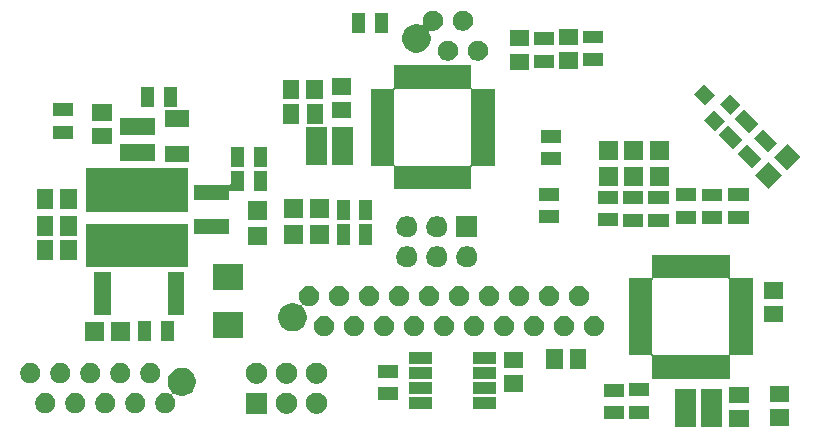
<source format=gts>
G04 #@! TF.GenerationSoftware,KiCad,Pcbnew,5.0.2-bee76a0~70~ubuntu18.04.1*
G04 #@! TF.CreationDate,2019-02-11T21:35:21-05:00*
G04 #@! TF.ProjectId,dashboard_mk4_rev4,64617368-626f-4617-9264-5f6d6b345f72,6.0*
G04 #@! TF.SameCoordinates,Original*
G04 #@! TF.FileFunction,Soldermask,Top*
G04 #@! TF.FilePolarity,Negative*
%FSLAX46Y46*%
G04 Gerber Fmt 4.6, Leading zero omitted, Abs format (unit mm)*
G04 Created by KiCad (PCBNEW 5.0.2-bee76a0~70~ubuntu18.04.1) date Mon 11 Feb 2019 09:35:21 PM EST*
%MOMM*%
%LPD*%
G01*
G04 APERTURE LIST*
%ADD10C,0.100000*%
G04 APERTURE END LIST*
D10*
G36*
X88747812Y-64788579D02*
X86947812Y-64788579D01*
X86947812Y-61588579D01*
X88747812Y-61588579D01*
X88747812Y-64788579D01*
X88747812Y-64788579D01*
G37*
G36*
X86547812Y-64788579D02*
X84747812Y-64788579D01*
X84747812Y-61588579D01*
X86547812Y-61588579D01*
X86547812Y-64788579D01*
X86547812Y-64788579D01*
G37*
G36*
X90970154Y-64779336D02*
X89320154Y-64779336D01*
X89320154Y-63379336D01*
X90970154Y-63379336D01*
X90970154Y-64779336D01*
X90970154Y-64779336D01*
G37*
G36*
X94424000Y-64692000D02*
X92774000Y-64692000D01*
X92774000Y-63292000D01*
X94424000Y-63292000D01*
X94424000Y-64692000D01*
X94424000Y-64692000D01*
G37*
G36*
X80448713Y-64134576D02*
X78748713Y-64134576D01*
X78748713Y-63034576D01*
X80448713Y-63034576D01*
X80448713Y-64134576D01*
X80448713Y-64134576D01*
G37*
G36*
X82539315Y-64091472D02*
X80839315Y-64091472D01*
X80839315Y-62991472D01*
X82539315Y-62991472D01*
X82539315Y-64091472D01*
X82539315Y-64091472D01*
G37*
G36*
X52108551Y-61905286D02*
X52272339Y-61973129D01*
X52419750Y-62071626D01*
X52545104Y-62196980D01*
X52643601Y-62344391D01*
X52711444Y-62508179D01*
X52746030Y-62682056D01*
X52746030Y-62859344D01*
X52711444Y-63033221D01*
X52643601Y-63197009D01*
X52545104Y-63344420D01*
X52419750Y-63469774D01*
X52272339Y-63568271D01*
X52108551Y-63636114D01*
X51934674Y-63670700D01*
X51757386Y-63670700D01*
X51583509Y-63636114D01*
X51419721Y-63568271D01*
X51272310Y-63469774D01*
X51146956Y-63344420D01*
X51048459Y-63197009D01*
X50980616Y-63033221D01*
X50946030Y-62859344D01*
X50946030Y-62682056D01*
X50980616Y-62508179D01*
X51048459Y-62344391D01*
X51146956Y-62196980D01*
X51272310Y-62071626D01*
X51419721Y-61973129D01*
X51583509Y-61905286D01*
X51757386Y-61870700D01*
X51934674Y-61870700D01*
X52108551Y-61905286D01*
X52108551Y-61905286D01*
G37*
G36*
X54648551Y-61905286D02*
X54812339Y-61973129D01*
X54959750Y-62071626D01*
X55085104Y-62196980D01*
X55183601Y-62344391D01*
X55251444Y-62508179D01*
X55286030Y-62682056D01*
X55286030Y-62859344D01*
X55251444Y-63033221D01*
X55183601Y-63197009D01*
X55085104Y-63344420D01*
X54959750Y-63469774D01*
X54812339Y-63568271D01*
X54648551Y-63636114D01*
X54474674Y-63670700D01*
X54297386Y-63670700D01*
X54123509Y-63636114D01*
X53959721Y-63568271D01*
X53812310Y-63469774D01*
X53686956Y-63344420D01*
X53588459Y-63197009D01*
X53520616Y-63033221D01*
X53486030Y-62859344D01*
X53486030Y-62682056D01*
X53520616Y-62508179D01*
X53588459Y-62344391D01*
X53686956Y-62196980D01*
X53812310Y-62071626D01*
X53959721Y-61973129D01*
X54123509Y-61905286D01*
X54297386Y-61870700D01*
X54474674Y-61870700D01*
X54648551Y-61905286D01*
X54648551Y-61905286D01*
G37*
G36*
X50206030Y-63670700D02*
X48406030Y-63670700D01*
X48406030Y-61870700D01*
X50206030Y-61870700D01*
X50206030Y-63670700D01*
X50206030Y-63670700D01*
G37*
G36*
X36742194Y-61945204D02*
X36896887Y-62009280D01*
X37036107Y-62102304D01*
X37154496Y-62220693D01*
X37247520Y-62359913D01*
X37311596Y-62514606D01*
X37344260Y-62678821D01*
X37344260Y-62846259D01*
X37311596Y-63010474D01*
X37247520Y-63165167D01*
X37154496Y-63304387D01*
X37036107Y-63422776D01*
X36896887Y-63515800D01*
X36742194Y-63579876D01*
X36577979Y-63612540D01*
X36410541Y-63612540D01*
X36246326Y-63579876D01*
X36091633Y-63515800D01*
X35952413Y-63422776D01*
X35834024Y-63304387D01*
X35741000Y-63165167D01*
X35676924Y-63010474D01*
X35644260Y-62846259D01*
X35644260Y-62678821D01*
X35676924Y-62514606D01*
X35741000Y-62359913D01*
X35834024Y-62220693D01*
X35952413Y-62102304D01*
X36091633Y-62009280D01*
X36246326Y-61945204D01*
X36410541Y-61912540D01*
X36577979Y-61912540D01*
X36742194Y-61945204D01*
X36742194Y-61945204D01*
G37*
G36*
X39282194Y-61945204D02*
X39436887Y-62009280D01*
X39576107Y-62102304D01*
X39694496Y-62220693D01*
X39787520Y-62359913D01*
X39851596Y-62514606D01*
X39884260Y-62678821D01*
X39884260Y-62846259D01*
X39851596Y-63010474D01*
X39787520Y-63165167D01*
X39694496Y-63304387D01*
X39576107Y-63422776D01*
X39436887Y-63515800D01*
X39282194Y-63579876D01*
X39117979Y-63612540D01*
X38950541Y-63612540D01*
X38786326Y-63579876D01*
X38631633Y-63515800D01*
X38492413Y-63422776D01*
X38374024Y-63304387D01*
X38281000Y-63165167D01*
X38216924Y-63010474D01*
X38184260Y-62846259D01*
X38184260Y-62678821D01*
X38216924Y-62514606D01*
X38281000Y-62359913D01*
X38374024Y-62220693D01*
X38492413Y-62102304D01*
X38631633Y-62009280D01*
X38786326Y-61945204D01*
X38950541Y-61912540D01*
X39117979Y-61912540D01*
X39282194Y-61945204D01*
X39282194Y-61945204D01*
G37*
G36*
X43324286Y-59808655D02*
X43542672Y-59899113D01*
X43739218Y-60030441D01*
X43906359Y-60197582D01*
X44037687Y-60394128D01*
X44128145Y-60612514D01*
X44174260Y-60844349D01*
X44174260Y-61080731D01*
X44128145Y-61312566D01*
X44037687Y-61530952D01*
X43906359Y-61727498D01*
X43739218Y-61894639D01*
X43542672Y-62025967D01*
X43324286Y-62116425D01*
X43092451Y-62162540D01*
X42856069Y-62162540D01*
X42624234Y-62116425D01*
X42405848Y-62025967D01*
X42357865Y-61993906D01*
X42336254Y-61982355D01*
X42312805Y-61975242D01*
X42288419Y-61972840D01*
X42264033Y-61975242D01*
X42240584Y-61982355D01*
X42218973Y-61993906D01*
X42200031Y-62009452D01*
X42184485Y-62028394D01*
X42172934Y-62050005D01*
X42165821Y-62073454D01*
X42163419Y-62097840D01*
X42165821Y-62122226D01*
X42172934Y-62145675D01*
X42184485Y-62167286D01*
X42200031Y-62186228D01*
X42234496Y-62220693D01*
X42327520Y-62359913D01*
X42391596Y-62514606D01*
X42424260Y-62678821D01*
X42424260Y-62846259D01*
X42391596Y-63010474D01*
X42327520Y-63165167D01*
X42234496Y-63304387D01*
X42116107Y-63422776D01*
X41976887Y-63515800D01*
X41822194Y-63579876D01*
X41657979Y-63612540D01*
X41490541Y-63612540D01*
X41326326Y-63579876D01*
X41171633Y-63515800D01*
X41032413Y-63422776D01*
X40914024Y-63304387D01*
X40821000Y-63165167D01*
X40756924Y-63010474D01*
X40724260Y-62846259D01*
X40724260Y-62678821D01*
X40756924Y-62514606D01*
X40821000Y-62359913D01*
X40914024Y-62220693D01*
X41032413Y-62102304D01*
X41171633Y-62009280D01*
X41326326Y-61945204D01*
X41490541Y-61912540D01*
X41657979Y-61912540D01*
X41822194Y-61945204D01*
X41987266Y-62013579D01*
X41989157Y-62014590D01*
X42012607Y-62021703D01*
X42036993Y-62024104D01*
X42061379Y-62021702D01*
X42084828Y-62014588D01*
X42106439Y-62003037D01*
X42125381Y-61987491D01*
X42140926Y-61968549D01*
X42152477Y-61946938D01*
X42159590Y-61923488D01*
X42161991Y-61899102D01*
X42159589Y-61874716D01*
X42152475Y-61851267D01*
X42140924Y-61829656D01*
X42125379Y-61810716D01*
X42042161Y-61727498D01*
X41910833Y-61530952D01*
X41820375Y-61312566D01*
X41774260Y-61080731D01*
X41774260Y-60844349D01*
X41820375Y-60612514D01*
X41910833Y-60394128D01*
X42042161Y-60197582D01*
X42209302Y-60030441D01*
X42405848Y-59899113D01*
X42624234Y-59808655D01*
X42856069Y-59762540D01*
X43092451Y-59762540D01*
X43324286Y-59808655D01*
X43324286Y-59808655D01*
G37*
G36*
X34202194Y-61945204D02*
X34356887Y-62009280D01*
X34496107Y-62102304D01*
X34614496Y-62220693D01*
X34707520Y-62359913D01*
X34771596Y-62514606D01*
X34804260Y-62678821D01*
X34804260Y-62846259D01*
X34771596Y-63010474D01*
X34707520Y-63165167D01*
X34614496Y-63304387D01*
X34496107Y-63422776D01*
X34356887Y-63515800D01*
X34202194Y-63579876D01*
X34037979Y-63612540D01*
X33870541Y-63612540D01*
X33706326Y-63579876D01*
X33551633Y-63515800D01*
X33412413Y-63422776D01*
X33294024Y-63304387D01*
X33201000Y-63165167D01*
X33136924Y-63010474D01*
X33104260Y-62846259D01*
X33104260Y-62678821D01*
X33136924Y-62514606D01*
X33201000Y-62359913D01*
X33294024Y-62220693D01*
X33412413Y-62102304D01*
X33551633Y-62009280D01*
X33706326Y-61945204D01*
X33870541Y-61912540D01*
X34037979Y-61912540D01*
X34202194Y-61945204D01*
X34202194Y-61945204D01*
G37*
G36*
X31662194Y-61945204D02*
X31816887Y-62009280D01*
X31956107Y-62102304D01*
X32074496Y-62220693D01*
X32167520Y-62359913D01*
X32231596Y-62514606D01*
X32264260Y-62678821D01*
X32264260Y-62846259D01*
X32231596Y-63010474D01*
X32167520Y-63165167D01*
X32074496Y-63304387D01*
X31956107Y-63422776D01*
X31816887Y-63515800D01*
X31662194Y-63579876D01*
X31497979Y-63612540D01*
X31330541Y-63612540D01*
X31166326Y-63579876D01*
X31011633Y-63515800D01*
X30872413Y-63422776D01*
X30754024Y-63304387D01*
X30661000Y-63165167D01*
X30596924Y-63010474D01*
X30564260Y-62846259D01*
X30564260Y-62678821D01*
X30596924Y-62514606D01*
X30661000Y-62359913D01*
X30754024Y-62220693D01*
X30872413Y-62102304D01*
X31011633Y-62009280D01*
X31166326Y-61945204D01*
X31330541Y-61912540D01*
X31497979Y-61912540D01*
X31662194Y-61945204D01*
X31662194Y-61945204D01*
G37*
G36*
X64157516Y-63227054D02*
X62207516Y-63227054D01*
X62207516Y-62227054D01*
X64157516Y-62227054D01*
X64157516Y-63227054D01*
X64157516Y-63227054D01*
G37*
G36*
X69557516Y-63227054D02*
X67607516Y-63227054D01*
X67607516Y-62227054D01*
X69557516Y-62227054D01*
X69557516Y-63227054D01*
X69557516Y-63227054D01*
G37*
G36*
X90970154Y-62779336D02*
X89320154Y-62779336D01*
X89320154Y-61379336D01*
X90970154Y-61379336D01*
X90970154Y-62779336D01*
X90970154Y-62779336D01*
G37*
G36*
X94424000Y-62692000D02*
X92774000Y-62692000D01*
X92774000Y-61292000D01*
X94424000Y-61292000D01*
X94424000Y-62692000D01*
X94424000Y-62692000D01*
G37*
G36*
X61289297Y-62517632D02*
X59589297Y-62517632D01*
X59589297Y-61417632D01*
X61289297Y-61417632D01*
X61289297Y-62517632D01*
X61289297Y-62517632D01*
G37*
G36*
X80448713Y-62234578D02*
X78748713Y-62234578D01*
X78748713Y-61134578D01*
X80448713Y-61134578D01*
X80448713Y-62234578D01*
X80448713Y-62234578D01*
G37*
G36*
X82539315Y-62191474D02*
X80839315Y-62191474D01*
X80839315Y-61091474D01*
X82539315Y-61091474D01*
X82539315Y-62191474D01*
X82539315Y-62191474D01*
G37*
G36*
X69557516Y-61957054D02*
X67607516Y-61957054D01*
X67607516Y-60957054D01*
X69557516Y-60957054D01*
X69557516Y-61957054D01*
X69557516Y-61957054D01*
G37*
G36*
X64157516Y-61957054D02*
X62207516Y-61957054D01*
X62207516Y-60957054D01*
X64157516Y-60957054D01*
X64157516Y-61957054D01*
X64157516Y-61957054D01*
G37*
G36*
X71904359Y-61810855D02*
X70254359Y-61810855D01*
X70254359Y-60410855D01*
X71904359Y-60410855D01*
X71904359Y-61810855D01*
X71904359Y-61810855D01*
G37*
G36*
X54648551Y-59365286D02*
X54812339Y-59433129D01*
X54959750Y-59531626D01*
X55085104Y-59656980D01*
X55183601Y-59804391D01*
X55251444Y-59968179D01*
X55286030Y-60142056D01*
X55286030Y-60319344D01*
X55251444Y-60493221D01*
X55183601Y-60657009D01*
X55085104Y-60804420D01*
X54959750Y-60929774D01*
X54812339Y-61028271D01*
X54648551Y-61096114D01*
X54474674Y-61130700D01*
X54297386Y-61130700D01*
X54123509Y-61096114D01*
X53959721Y-61028271D01*
X53812310Y-60929774D01*
X53686956Y-60804420D01*
X53588459Y-60657009D01*
X53520616Y-60493221D01*
X53486030Y-60319344D01*
X53486030Y-60142056D01*
X53520616Y-59968179D01*
X53588459Y-59804391D01*
X53686956Y-59656980D01*
X53812310Y-59531626D01*
X53959721Y-59433129D01*
X54123509Y-59365286D01*
X54297386Y-59330700D01*
X54474674Y-59330700D01*
X54648551Y-59365286D01*
X54648551Y-59365286D01*
G37*
G36*
X52108551Y-59365286D02*
X52272339Y-59433129D01*
X52419750Y-59531626D01*
X52545104Y-59656980D01*
X52643601Y-59804391D01*
X52711444Y-59968179D01*
X52746030Y-60142056D01*
X52746030Y-60319344D01*
X52711444Y-60493221D01*
X52643601Y-60657009D01*
X52545104Y-60804420D01*
X52419750Y-60929774D01*
X52272339Y-61028271D01*
X52108551Y-61096114D01*
X51934674Y-61130700D01*
X51757386Y-61130700D01*
X51583509Y-61096114D01*
X51419721Y-61028271D01*
X51272310Y-60929774D01*
X51146956Y-60804420D01*
X51048459Y-60657009D01*
X50980616Y-60493221D01*
X50946030Y-60319344D01*
X50946030Y-60142056D01*
X50980616Y-59968179D01*
X51048459Y-59804391D01*
X51146956Y-59656980D01*
X51272310Y-59531626D01*
X51419721Y-59433129D01*
X51583509Y-59365286D01*
X51757386Y-59330700D01*
X51934674Y-59330700D01*
X52108551Y-59365286D01*
X52108551Y-59365286D01*
G37*
G36*
X49568551Y-59365286D02*
X49732339Y-59433129D01*
X49879750Y-59531626D01*
X50005104Y-59656980D01*
X50103601Y-59804391D01*
X50171444Y-59968179D01*
X50206030Y-60142056D01*
X50206030Y-60319344D01*
X50171444Y-60493221D01*
X50103601Y-60657009D01*
X50005104Y-60804420D01*
X49879750Y-60929774D01*
X49732339Y-61028271D01*
X49568551Y-61096114D01*
X49394674Y-61130700D01*
X49217386Y-61130700D01*
X49043509Y-61096114D01*
X48879721Y-61028271D01*
X48732310Y-60929774D01*
X48606956Y-60804420D01*
X48508459Y-60657009D01*
X48440616Y-60493221D01*
X48406030Y-60319344D01*
X48406030Y-60142056D01*
X48440616Y-59968179D01*
X48508459Y-59804391D01*
X48606956Y-59656980D01*
X48732310Y-59531626D01*
X48879721Y-59433129D01*
X49043509Y-59365286D01*
X49217386Y-59330700D01*
X49394674Y-59330700D01*
X49568551Y-59365286D01*
X49568551Y-59365286D01*
G37*
G36*
X30392194Y-59405204D02*
X30546887Y-59469280D01*
X30686107Y-59562304D01*
X30804496Y-59680693D01*
X30897520Y-59819913D01*
X30961596Y-59974606D01*
X30994260Y-60138821D01*
X30994260Y-60306259D01*
X30961596Y-60470474D01*
X30897520Y-60625167D01*
X30804496Y-60764387D01*
X30686107Y-60882776D01*
X30546887Y-60975800D01*
X30392194Y-61039876D01*
X30227979Y-61072540D01*
X30060541Y-61072540D01*
X29896326Y-61039876D01*
X29741633Y-60975800D01*
X29602413Y-60882776D01*
X29484024Y-60764387D01*
X29391000Y-60625167D01*
X29326924Y-60470474D01*
X29294260Y-60306259D01*
X29294260Y-60138821D01*
X29326924Y-59974606D01*
X29391000Y-59819913D01*
X29484024Y-59680693D01*
X29602413Y-59562304D01*
X29741633Y-59469280D01*
X29896326Y-59405204D01*
X30060541Y-59372540D01*
X30227979Y-59372540D01*
X30392194Y-59405204D01*
X30392194Y-59405204D01*
G37*
G36*
X38012194Y-59405204D02*
X38166887Y-59469280D01*
X38306107Y-59562304D01*
X38424496Y-59680693D01*
X38517520Y-59819913D01*
X38581596Y-59974606D01*
X38614260Y-60138821D01*
X38614260Y-60306259D01*
X38581596Y-60470474D01*
X38517520Y-60625167D01*
X38424496Y-60764387D01*
X38306107Y-60882776D01*
X38166887Y-60975800D01*
X38012194Y-61039876D01*
X37847979Y-61072540D01*
X37680541Y-61072540D01*
X37516326Y-61039876D01*
X37361633Y-60975800D01*
X37222413Y-60882776D01*
X37104024Y-60764387D01*
X37011000Y-60625167D01*
X36946924Y-60470474D01*
X36914260Y-60306259D01*
X36914260Y-60138821D01*
X36946924Y-59974606D01*
X37011000Y-59819913D01*
X37104024Y-59680693D01*
X37222413Y-59562304D01*
X37361633Y-59469280D01*
X37516326Y-59405204D01*
X37680541Y-59372540D01*
X37847979Y-59372540D01*
X38012194Y-59405204D01*
X38012194Y-59405204D01*
G37*
G36*
X35472194Y-59405204D02*
X35626887Y-59469280D01*
X35766107Y-59562304D01*
X35884496Y-59680693D01*
X35977520Y-59819913D01*
X36041596Y-59974606D01*
X36074260Y-60138821D01*
X36074260Y-60306259D01*
X36041596Y-60470474D01*
X35977520Y-60625167D01*
X35884496Y-60764387D01*
X35766107Y-60882776D01*
X35626887Y-60975800D01*
X35472194Y-61039876D01*
X35307979Y-61072540D01*
X35140541Y-61072540D01*
X34976326Y-61039876D01*
X34821633Y-60975800D01*
X34682413Y-60882776D01*
X34564024Y-60764387D01*
X34471000Y-60625167D01*
X34406924Y-60470474D01*
X34374260Y-60306259D01*
X34374260Y-60138821D01*
X34406924Y-59974606D01*
X34471000Y-59819913D01*
X34564024Y-59680693D01*
X34682413Y-59562304D01*
X34821633Y-59469280D01*
X34976326Y-59405204D01*
X35140541Y-59372540D01*
X35307979Y-59372540D01*
X35472194Y-59405204D01*
X35472194Y-59405204D01*
G37*
G36*
X32932194Y-59405204D02*
X33086887Y-59469280D01*
X33226107Y-59562304D01*
X33344496Y-59680693D01*
X33437520Y-59819913D01*
X33501596Y-59974606D01*
X33534260Y-60138821D01*
X33534260Y-60306259D01*
X33501596Y-60470474D01*
X33437520Y-60625167D01*
X33344496Y-60764387D01*
X33226107Y-60882776D01*
X33086887Y-60975800D01*
X32932194Y-61039876D01*
X32767979Y-61072540D01*
X32600541Y-61072540D01*
X32436326Y-61039876D01*
X32281633Y-60975800D01*
X32142413Y-60882776D01*
X32024024Y-60764387D01*
X31931000Y-60625167D01*
X31866924Y-60470474D01*
X31834260Y-60306259D01*
X31834260Y-60138821D01*
X31866924Y-59974606D01*
X31931000Y-59819913D01*
X32024024Y-59680693D01*
X32142413Y-59562304D01*
X32281633Y-59469280D01*
X32436326Y-59405204D01*
X32600541Y-59372540D01*
X32767979Y-59372540D01*
X32932194Y-59405204D01*
X32932194Y-59405204D01*
G37*
G36*
X40552194Y-59405204D02*
X40706887Y-59469280D01*
X40846107Y-59562304D01*
X40964496Y-59680693D01*
X41057520Y-59819913D01*
X41121596Y-59974606D01*
X41154260Y-60138821D01*
X41154260Y-60306259D01*
X41121596Y-60470474D01*
X41057520Y-60625167D01*
X40964496Y-60764387D01*
X40846107Y-60882776D01*
X40706887Y-60975800D01*
X40552194Y-61039876D01*
X40387979Y-61072540D01*
X40220541Y-61072540D01*
X40056326Y-61039876D01*
X39901633Y-60975800D01*
X39762413Y-60882776D01*
X39644024Y-60764387D01*
X39551000Y-60625167D01*
X39486924Y-60470474D01*
X39454260Y-60306259D01*
X39454260Y-60138821D01*
X39486924Y-59974606D01*
X39551000Y-59819913D01*
X39644024Y-59680693D01*
X39762413Y-59562304D01*
X39901633Y-59469280D01*
X40056326Y-59405204D01*
X40220541Y-59372540D01*
X40387979Y-59372540D01*
X40552194Y-59405204D01*
X40552194Y-59405204D01*
G37*
G36*
X89355587Y-52052853D02*
X89357989Y-52077239D01*
X89365102Y-52100688D01*
X89376653Y-52122299D01*
X89392199Y-52141241D01*
X89411141Y-52156787D01*
X89432752Y-52168338D01*
X89456201Y-52175451D01*
X89480587Y-52177853D01*
X91330587Y-52177853D01*
X91330587Y-58727853D01*
X89480587Y-58727853D01*
X89456201Y-58730255D01*
X89432752Y-58737368D01*
X89411141Y-58748919D01*
X89392199Y-58764465D01*
X89376653Y-58783407D01*
X89365102Y-58805018D01*
X89357989Y-58828467D01*
X89355587Y-58852853D01*
X89355587Y-60702853D01*
X82805587Y-60702853D01*
X82805587Y-58852853D01*
X82803185Y-58828467D01*
X82796072Y-58805018D01*
X82784521Y-58783407D01*
X82768975Y-58764465D01*
X82750033Y-58748919D01*
X82728422Y-58737368D01*
X82704973Y-58730255D01*
X82680587Y-58727853D01*
X80830587Y-58727853D01*
X80830587Y-52327853D01*
X82830587Y-52327853D01*
X82830587Y-58577853D01*
X82832989Y-58602239D01*
X82840102Y-58625688D01*
X82851653Y-58647299D01*
X82867199Y-58666241D01*
X82886141Y-58681787D01*
X82907752Y-58693338D01*
X82931201Y-58700451D01*
X82955587Y-58702853D01*
X89205587Y-58702853D01*
X89229973Y-58700451D01*
X89253422Y-58693338D01*
X89275033Y-58681787D01*
X89293975Y-58666241D01*
X89309521Y-58647299D01*
X89321072Y-58625688D01*
X89328185Y-58602239D01*
X89330587Y-58577853D01*
X89330587Y-52327853D01*
X89328185Y-52303467D01*
X89321072Y-52280018D01*
X89309521Y-52258407D01*
X89293975Y-52239465D01*
X89275033Y-52223919D01*
X89253422Y-52212368D01*
X89229973Y-52205255D01*
X89205587Y-52202853D01*
X82955587Y-52202853D01*
X82931201Y-52205255D01*
X82907752Y-52212368D01*
X82886141Y-52223919D01*
X82867199Y-52239465D01*
X82851653Y-52258407D01*
X82840102Y-52280018D01*
X82832989Y-52303467D01*
X82830587Y-52327853D01*
X80830587Y-52327853D01*
X80830587Y-52177853D01*
X82680587Y-52177853D01*
X82704973Y-52175451D01*
X82728422Y-52168338D01*
X82750033Y-52156787D01*
X82768975Y-52141241D01*
X82784521Y-52122299D01*
X82796072Y-52100688D01*
X82803185Y-52077239D01*
X82805587Y-52052853D01*
X82805587Y-50202853D01*
X89355587Y-50202853D01*
X89355587Y-52052853D01*
X89355587Y-52052853D01*
G37*
G36*
X64157516Y-60687054D02*
X62207516Y-60687054D01*
X62207516Y-59687054D01*
X64157516Y-59687054D01*
X64157516Y-60687054D01*
X64157516Y-60687054D01*
G37*
G36*
X69557516Y-60687054D02*
X67607516Y-60687054D01*
X67607516Y-59687054D01*
X69557516Y-59687054D01*
X69557516Y-60687054D01*
X69557516Y-60687054D01*
G37*
G36*
X61289297Y-60617634D02*
X59589297Y-60617634D01*
X59589297Y-59517634D01*
X61289297Y-59517634D01*
X61289297Y-60617634D01*
X61289297Y-60617634D01*
G37*
G36*
X75216290Y-59874601D02*
X73816290Y-59874601D01*
X73816290Y-58224601D01*
X75216290Y-58224601D01*
X75216290Y-59874601D01*
X75216290Y-59874601D01*
G37*
G36*
X77216290Y-59874601D02*
X75816290Y-59874601D01*
X75816290Y-58224601D01*
X77216290Y-58224601D01*
X77216290Y-59874601D01*
X77216290Y-59874601D01*
G37*
G36*
X71904359Y-59810855D02*
X70254359Y-59810855D01*
X70254359Y-58410855D01*
X71904359Y-58410855D01*
X71904359Y-59810855D01*
X71904359Y-59810855D01*
G37*
G36*
X64157516Y-59417054D02*
X62207516Y-59417054D01*
X62207516Y-58417054D01*
X64157516Y-58417054D01*
X64157516Y-59417054D01*
X64157516Y-59417054D01*
G37*
G36*
X69557516Y-59417054D02*
X67607516Y-59417054D01*
X67607516Y-58417054D01*
X69557516Y-58417054D01*
X69557516Y-59417054D01*
X69557516Y-59417054D01*
G37*
G36*
X40380096Y-57518001D02*
X39280096Y-57518001D01*
X39280096Y-55818001D01*
X40380096Y-55818001D01*
X40380096Y-57518001D01*
X40380096Y-57518001D01*
G37*
G36*
X42280096Y-57518001D02*
X41180096Y-57518001D01*
X41180096Y-55818001D01*
X42280096Y-55818001D01*
X42280096Y-57518001D01*
X42280096Y-57518001D01*
G37*
G36*
X38616098Y-57467999D02*
X37016098Y-57467999D01*
X37016098Y-55867999D01*
X38616098Y-55867999D01*
X38616098Y-57467999D01*
X38616098Y-57467999D01*
G37*
G36*
X36416098Y-57467999D02*
X34816098Y-57467999D01*
X34816098Y-55867999D01*
X36416098Y-55867999D01*
X36416098Y-57467999D01*
X36416098Y-57467999D01*
G37*
G36*
X48155594Y-57249000D02*
X45596594Y-57249000D01*
X45596594Y-55071000D01*
X48155594Y-55071000D01*
X48155594Y-57249000D01*
X48155594Y-57249000D01*
G37*
G36*
X55271504Y-55423024D02*
X55426197Y-55487100D01*
X55565417Y-55580124D01*
X55683806Y-55698513D01*
X55776830Y-55837733D01*
X55840906Y-55992426D01*
X55873570Y-56156641D01*
X55873570Y-56324079D01*
X55840906Y-56488294D01*
X55776830Y-56642987D01*
X55683806Y-56782207D01*
X55565417Y-56900596D01*
X55426197Y-56993620D01*
X55271504Y-57057696D01*
X55107289Y-57090360D01*
X54939851Y-57090360D01*
X54775636Y-57057696D01*
X54620943Y-56993620D01*
X54481723Y-56900596D01*
X54363334Y-56782207D01*
X54270310Y-56642987D01*
X54206234Y-56488294D01*
X54173570Y-56324079D01*
X54173570Y-56156641D01*
X54206234Y-55992426D01*
X54270310Y-55837733D01*
X54363334Y-55698513D01*
X54481723Y-55580124D01*
X54620943Y-55487100D01*
X54775636Y-55423024D01*
X54939851Y-55390360D01*
X55107289Y-55390360D01*
X55271504Y-55423024D01*
X55271504Y-55423024D01*
G37*
G36*
X78131504Y-55423024D02*
X78286197Y-55487100D01*
X78425417Y-55580124D01*
X78543806Y-55698513D01*
X78636830Y-55837733D01*
X78700906Y-55992426D01*
X78733570Y-56156641D01*
X78733570Y-56324079D01*
X78700906Y-56488294D01*
X78636830Y-56642987D01*
X78543806Y-56782207D01*
X78425417Y-56900596D01*
X78286197Y-56993620D01*
X78131504Y-57057696D01*
X77967289Y-57090360D01*
X77799851Y-57090360D01*
X77635636Y-57057696D01*
X77480943Y-56993620D01*
X77341723Y-56900596D01*
X77223334Y-56782207D01*
X77130310Y-56642987D01*
X77066234Y-56488294D01*
X77033570Y-56324079D01*
X77033570Y-56156641D01*
X77066234Y-55992426D01*
X77130310Y-55837733D01*
X77223334Y-55698513D01*
X77341723Y-55580124D01*
X77480943Y-55487100D01*
X77635636Y-55423024D01*
X77799851Y-55390360D01*
X77967289Y-55390360D01*
X78131504Y-55423024D01*
X78131504Y-55423024D01*
G37*
G36*
X57811504Y-55423024D02*
X57966197Y-55487100D01*
X58105417Y-55580124D01*
X58223806Y-55698513D01*
X58316830Y-55837733D01*
X58380906Y-55992426D01*
X58413570Y-56156641D01*
X58413570Y-56324079D01*
X58380906Y-56488294D01*
X58316830Y-56642987D01*
X58223806Y-56782207D01*
X58105417Y-56900596D01*
X57966197Y-56993620D01*
X57811504Y-57057696D01*
X57647289Y-57090360D01*
X57479851Y-57090360D01*
X57315636Y-57057696D01*
X57160943Y-56993620D01*
X57021723Y-56900596D01*
X56903334Y-56782207D01*
X56810310Y-56642987D01*
X56746234Y-56488294D01*
X56713570Y-56324079D01*
X56713570Y-56156641D01*
X56746234Y-55992426D01*
X56810310Y-55837733D01*
X56903334Y-55698513D01*
X57021723Y-55580124D01*
X57160943Y-55487100D01*
X57315636Y-55423024D01*
X57479851Y-55390360D01*
X57647289Y-55390360D01*
X57811504Y-55423024D01*
X57811504Y-55423024D01*
G37*
G36*
X60351504Y-55423024D02*
X60506197Y-55487100D01*
X60645417Y-55580124D01*
X60763806Y-55698513D01*
X60856830Y-55837733D01*
X60920906Y-55992426D01*
X60953570Y-56156641D01*
X60953570Y-56324079D01*
X60920906Y-56488294D01*
X60856830Y-56642987D01*
X60763806Y-56782207D01*
X60645417Y-56900596D01*
X60506197Y-56993620D01*
X60351504Y-57057696D01*
X60187289Y-57090360D01*
X60019851Y-57090360D01*
X59855636Y-57057696D01*
X59700943Y-56993620D01*
X59561723Y-56900596D01*
X59443334Y-56782207D01*
X59350310Y-56642987D01*
X59286234Y-56488294D01*
X59253570Y-56324079D01*
X59253570Y-56156641D01*
X59286234Y-55992426D01*
X59350310Y-55837733D01*
X59443334Y-55698513D01*
X59561723Y-55580124D01*
X59700943Y-55487100D01*
X59855636Y-55423024D01*
X60019851Y-55390360D01*
X60187289Y-55390360D01*
X60351504Y-55423024D01*
X60351504Y-55423024D01*
G37*
G36*
X62891504Y-55423024D02*
X63046197Y-55487100D01*
X63185417Y-55580124D01*
X63303806Y-55698513D01*
X63396830Y-55837733D01*
X63460906Y-55992426D01*
X63493570Y-56156641D01*
X63493570Y-56324079D01*
X63460906Y-56488294D01*
X63396830Y-56642987D01*
X63303806Y-56782207D01*
X63185417Y-56900596D01*
X63046197Y-56993620D01*
X62891504Y-57057696D01*
X62727289Y-57090360D01*
X62559851Y-57090360D01*
X62395636Y-57057696D01*
X62240943Y-56993620D01*
X62101723Y-56900596D01*
X61983334Y-56782207D01*
X61890310Y-56642987D01*
X61826234Y-56488294D01*
X61793570Y-56324079D01*
X61793570Y-56156641D01*
X61826234Y-55992426D01*
X61890310Y-55837733D01*
X61983334Y-55698513D01*
X62101723Y-55580124D01*
X62240943Y-55487100D01*
X62395636Y-55423024D01*
X62559851Y-55390360D01*
X62727289Y-55390360D01*
X62891504Y-55423024D01*
X62891504Y-55423024D01*
G37*
G36*
X65431504Y-55423024D02*
X65586197Y-55487100D01*
X65725417Y-55580124D01*
X65843806Y-55698513D01*
X65936830Y-55837733D01*
X66000906Y-55992426D01*
X66033570Y-56156641D01*
X66033570Y-56324079D01*
X66000906Y-56488294D01*
X65936830Y-56642987D01*
X65843806Y-56782207D01*
X65725417Y-56900596D01*
X65586197Y-56993620D01*
X65431504Y-57057696D01*
X65267289Y-57090360D01*
X65099851Y-57090360D01*
X64935636Y-57057696D01*
X64780943Y-56993620D01*
X64641723Y-56900596D01*
X64523334Y-56782207D01*
X64430310Y-56642987D01*
X64366234Y-56488294D01*
X64333570Y-56324079D01*
X64333570Y-56156641D01*
X64366234Y-55992426D01*
X64430310Y-55837733D01*
X64523334Y-55698513D01*
X64641723Y-55580124D01*
X64780943Y-55487100D01*
X64935636Y-55423024D01*
X65099851Y-55390360D01*
X65267289Y-55390360D01*
X65431504Y-55423024D01*
X65431504Y-55423024D01*
G37*
G36*
X75591504Y-55423024D02*
X75746197Y-55487100D01*
X75885417Y-55580124D01*
X76003806Y-55698513D01*
X76096830Y-55837733D01*
X76160906Y-55992426D01*
X76193570Y-56156641D01*
X76193570Y-56324079D01*
X76160906Y-56488294D01*
X76096830Y-56642987D01*
X76003806Y-56782207D01*
X75885417Y-56900596D01*
X75746197Y-56993620D01*
X75591504Y-57057696D01*
X75427289Y-57090360D01*
X75259851Y-57090360D01*
X75095636Y-57057696D01*
X74940943Y-56993620D01*
X74801723Y-56900596D01*
X74683334Y-56782207D01*
X74590310Y-56642987D01*
X74526234Y-56488294D01*
X74493570Y-56324079D01*
X74493570Y-56156641D01*
X74526234Y-55992426D01*
X74590310Y-55837733D01*
X74683334Y-55698513D01*
X74801723Y-55580124D01*
X74940943Y-55487100D01*
X75095636Y-55423024D01*
X75259851Y-55390360D01*
X75427289Y-55390360D01*
X75591504Y-55423024D01*
X75591504Y-55423024D01*
G37*
G36*
X73051504Y-55423024D02*
X73206197Y-55487100D01*
X73345417Y-55580124D01*
X73463806Y-55698513D01*
X73556830Y-55837733D01*
X73620906Y-55992426D01*
X73653570Y-56156641D01*
X73653570Y-56324079D01*
X73620906Y-56488294D01*
X73556830Y-56642987D01*
X73463806Y-56782207D01*
X73345417Y-56900596D01*
X73206197Y-56993620D01*
X73051504Y-57057696D01*
X72887289Y-57090360D01*
X72719851Y-57090360D01*
X72555636Y-57057696D01*
X72400943Y-56993620D01*
X72261723Y-56900596D01*
X72143334Y-56782207D01*
X72050310Y-56642987D01*
X71986234Y-56488294D01*
X71953570Y-56324079D01*
X71953570Y-56156641D01*
X71986234Y-55992426D01*
X72050310Y-55837733D01*
X72143334Y-55698513D01*
X72261723Y-55580124D01*
X72400943Y-55487100D01*
X72555636Y-55423024D01*
X72719851Y-55390360D01*
X72887289Y-55390360D01*
X73051504Y-55423024D01*
X73051504Y-55423024D01*
G37*
G36*
X70511504Y-55423024D02*
X70666197Y-55487100D01*
X70805417Y-55580124D01*
X70923806Y-55698513D01*
X71016830Y-55837733D01*
X71080906Y-55992426D01*
X71113570Y-56156641D01*
X71113570Y-56324079D01*
X71080906Y-56488294D01*
X71016830Y-56642987D01*
X70923806Y-56782207D01*
X70805417Y-56900596D01*
X70666197Y-56993620D01*
X70511504Y-57057696D01*
X70347289Y-57090360D01*
X70179851Y-57090360D01*
X70015636Y-57057696D01*
X69860943Y-56993620D01*
X69721723Y-56900596D01*
X69603334Y-56782207D01*
X69510310Y-56642987D01*
X69446234Y-56488294D01*
X69413570Y-56324079D01*
X69413570Y-56156641D01*
X69446234Y-55992426D01*
X69510310Y-55837733D01*
X69603334Y-55698513D01*
X69721723Y-55580124D01*
X69860943Y-55487100D01*
X70015636Y-55423024D01*
X70179851Y-55390360D01*
X70347289Y-55390360D01*
X70511504Y-55423024D01*
X70511504Y-55423024D01*
G37*
G36*
X67971504Y-55423024D02*
X68126197Y-55487100D01*
X68265417Y-55580124D01*
X68383806Y-55698513D01*
X68476830Y-55837733D01*
X68540906Y-55992426D01*
X68573570Y-56156641D01*
X68573570Y-56324079D01*
X68540906Y-56488294D01*
X68476830Y-56642987D01*
X68383806Y-56782207D01*
X68265417Y-56900596D01*
X68126197Y-56993620D01*
X67971504Y-57057696D01*
X67807289Y-57090360D01*
X67639851Y-57090360D01*
X67475636Y-57057696D01*
X67320943Y-56993620D01*
X67181723Y-56900596D01*
X67063334Y-56782207D01*
X66970310Y-56642987D01*
X66906234Y-56488294D01*
X66873570Y-56324079D01*
X66873570Y-56156641D01*
X66906234Y-55992426D01*
X66970310Y-55837733D01*
X67063334Y-55698513D01*
X67181723Y-55580124D01*
X67320943Y-55487100D01*
X67475636Y-55423024D01*
X67639851Y-55390360D01*
X67807289Y-55390360D01*
X67971504Y-55423024D01*
X67971504Y-55423024D01*
G37*
G36*
X54001504Y-52883024D02*
X54156197Y-52947100D01*
X54295417Y-53040124D01*
X54413806Y-53158513D01*
X54506830Y-53297733D01*
X54570906Y-53452426D01*
X54603570Y-53616641D01*
X54603570Y-53784079D01*
X54570906Y-53948294D01*
X54506830Y-54102987D01*
X54413806Y-54242207D01*
X54295417Y-54360596D01*
X54156197Y-54453620D01*
X54001504Y-54517696D01*
X53837289Y-54550360D01*
X53669851Y-54550360D01*
X53505636Y-54517696D01*
X53340564Y-54449321D01*
X53338673Y-54448310D01*
X53315223Y-54441197D01*
X53290837Y-54438796D01*
X53266451Y-54441198D01*
X53243002Y-54448312D01*
X53221391Y-54459863D01*
X53202449Y-54475409D01*
X53186904Y-54494351D01*
X53175353Y-54515962D01*
X53168240Y-54539412D01*
X53165839Y-54563798D01*
X53168241Y-54588184D01*
X53175355Y-54611633D01*
X53186906Y-54633244D01*
X53202451Y-54652184D01*
X53285669Y-54735402D01*
X53416997Y-54931948D01*
X53507455Y-55150334D01*
X53553570Y-55382169D01*
X53553570Y-55618551D01*
X53507455Y-55850386D01*
X53416997Y-56068772D01*
X53285669Y-56265318D01*
X53118528Y-56432459D01*
X52921982Y-56563787D01*
X52703596Y-56654245D01*
X52471761Y-56700360D01*
X52235379Y-56700360D01*
X52003544Y-56654245D01*
X51785158Y-56563787D01*
X51588612Y-56432459D01*
X51421471Y-56265318D01*
X51290143Y-56068772D01*
X51199685Y-55850386D01*
X51153570Y-55618551D01*
X51153570Y-55382169D01*
X51199685Y-55150334D01*
X51290143Y-54931948D01*
X51421471Y-54735402D01*
X51588612Y-54568261D01*
X51785158Y-54436933D01*
X52003544Y-54346475D01*
X52235379Y-54300360D01*
X52471761Y-54300360D01*
X52703596Y-54346475D01*
X52921982Y-54436933D01*
X52969965Y-54468994D01*
X52991576Y-54480545D01*
X53015025Y-54487658D01*
X53039411Y-54490060D01*
X53063797Y-54487658D01*
X53087246Y-54480545D01*
X53108857Y-54468994D01*
X53127799Y-54453448D01*
X53143345Y-54434506D01*
X53154896Y-54412895D01*
X53162009Y-54389446D01*
X53164411Y-54365060D01*
X53162009Y-54340674D01*
X53154896Y-54317225D01*
X53143345Y-54295614D01*
X53127799Y-54276672D01*
X53093334Y-54242207D01*
X53000310Y-54102987D01*
X52936234Y-53948294D01*
X52903570Y-53784079D01*
X52903570Y-53616641D01*
X52936234Y-53452426D01*
X53000310Y-53297733D01*
X53093334Y-53158513D01*
X53211723Y-53040124D01*
X53350943Y-52947100D01*
X53505636Y-52883024D01*
X53669851Y-52850360D01*
X53837289Y-52850360D01*
X54001504Y-52883024D01*
X54001504Y-52883024D01*
G37*
G36*
X93916000Y-55929000D02*
X92266000Y-55929000D01*
X92266000Y-54529000D01*
X93916000Y-54529000D01*
X93916000Y-55929000D01*
X93916000Y-55929000D01*
G37*
G36*
X36983097Y-55292996D02*
X35583097Y-55292996D01*
X35583097Y-51692996D01*
X36983097Y-51692996D01*
X36983097Y-55292996D01*
X36983097Y-55292996D01*
G37*
G36*
X43183097Y-55292996D02*
X41783097Y-55292996D01*
X41783097Y-51692996D01*
X43183097Y-51692996D01*
X43183097Y-55292996D01*
X43183097Y-55292996D01*
G37*
G36*
X74321504Y-52883024D02*
X74476197Y-52947100D01*
X74615417Y-53040124D01*
X74733806Y-53158513D01*
X74826830Y-53297733D01*
X74890906Y-53452426D01*
X74923570Y-53616641D01*
X74923570Y-53784079D01*
X74890906Y-53948294D01*
X74826830Y-54102987D01*
X74733806Y-54242207D01*
X74615417Y-54360596D01*
X74476197Y-54453620D01*
X74321504Y-54517696D01*
X74157289Y-54550360D01*
X73989851Y-54550360D01*
X73825636Y-54517696D01*
X73670943Y-54453620D01*
X73531723Y-54360596D01*
X73413334Y-54242207D01*
X73320310Y-54102987D01*
X73256234Y-53948294D01*
X73223570Y-53784079D01*
X73223570Y-53616641D01*
X73256234Y-53452426D01*
X73320310Y-53297733D01*
X73413334Y-53158513D01*
X73531723Y-53040124D01*
X73670943Y-52947100D01*
X73825636Y-52883024D01*
X73989851Y-52850360D01*
X74157289Y-52850360D01*
X74321504Y-52883024D01*
X74321504Y-52883024D01*
G37*
G36*
X71781504Y-52883024D02*
X71936197Y-52947100D01*
X72075417Y-53040124D01*
X72193806Y-53158513D01*
X72286830Y-53297733D01*
X72350906Y-53452426D01*
X72383570Y-53616641D01*
X72383570Y-53784079D01*
X72350906Y-53948294D01*
X72286830Y-54102987D01*
X72193806Y-54242207D01*
X72075417Y-54360596D01*
X71936197Y-54453620D01*
X71781504Y-54517696D01*
X71617289Y-54550360D01*
X71449851Y-54550360D01*
X71285636Y-54517696D01*
X71130943Y-54453620D01*
X70991723Y-54360596D01*
X70873334Y-54242207D01*
X70780310Y-54102987D01*
X70716234Y-53948294D01*
X70683570Y-53784079D01*
X70683570Y-53616641D01*
X70716234Y-53452426D01*
X70780310Y-53297733D01*
X70873334Y-53158513D01*
X70991723Y-53040124D01*
X71130943Y-52947100D01*
X71285636Y-52883024D01*
X71449851Y-52850360D01*
X71617289Y-52850360D01*
X71781504Y-52883024D01*
X71781504Y-52883024D01*
G37*
G36*
X69241504Y-52883024D02*
X69396197Y-52947100D01*
X69535417Y-53040124D01*
X69653806Y-53158513D01*
X69746830Y-53297733D01*
X69810906Y-53452426D01*
X69843570Y-53616641D01*
X69843570Y-53784079D01*
X69810906Y-53948294D01*
X69746830Y-54102987D01*
X69653806Y-54242207D01*
X69535417Y-54360596D01*
X69396197Y-54453620D01*
X69241504Y-54517696D01*
X69077289Y-54550360D01*
X68909851Y-54550360D01*
X68745636Y-54517696D01*
X68590943Y-54453620D01*
X68451723Y-54360596D01*
X68333334Y-54242207D01*
X68240310Y-54102987D01*
X68176234Y-53948294D01*
X68143570Y-53784079D01*
X68143570Y-53616641D01*
X68176234Y-53452426D01*
X68240310Y-53297733D01*
X68333334Y-53158513D01*
X68451723Y-53040124D01*
X68590943Y-52947100D01*
X68745636Y-52883024D01*
X68909851Y-52850360D01*
X69077289Y-52850360D01*
X69241504Y-52883024D01*
X69241504Y-52883024D01*
G37*
G36*
X64161504Y-52883024D02*
X64316197Y-52947100D01*
X64455417Y-53040124D01*
X64573806Y-53158513D01*
X64666830Y-53297733D01*
X64730906Y-53452426D01*
X64763570Y-53616641D01*
X64763570Y-53784079D01*
X64730906Y-53948294D01*
X64666830Y-54102987D01*
X64573806Y-54242207D01*
X64455417Y-54360596D01*
X64316197Y-54453620D01*
X64161504Y-54517696D01*
X63997289Y-54550360D01*
X63829851Y-54550360D01*
X63665636Y-54517696D01*
X63510943Y-54453620D01*
X63371723Y-54360596D01*
X63253334Y-54242207D01*
X63160310Y-54102987D01*
X63096234Y-53948294D01*
X63063570Y-53784079D01*
X63063570Y-53616641D01*
X63096234Y-53452426D01*
X63160310Y-53297733D01*
X63253334Y-53158513D01*
X63371723Y-53040124D01*
X63510943Y-52947100D01*
X63665636Y-52883024D01*
X63829851Y-52850360D01*
X63997289Y-52850360D01*
X64161504Y-52883024D01*
X64161504Y-52883024D01*
G37*
G36*
X76861504Y-52883024D02*
X77016197Y-52947100D01*
X77155417Y-53040124D01*
X77273806Y-53158513D01*
X77366830Y-53297733D01*
X77430906Y-53452426D01*
X77463570Y-53616641D01*
X77463570Y-53784079D01*
X77430906Y-53948294D01*
X77366830Y-54102987D01*
X77273806Y-54242207D01*
X77155417Y-54360596D01*
X77016197Y-54453620D01*
X76861504Y-54517696D01*
X76697289Y-54550360D01*
X76529851Y-54550360D01*
X76365636Y-54517696D01*
X76210943Y-54453620D01*
X76071723Y-54360596D01*
X75953334Y-54242207D01*
X75860310Y-54102987D01*
X75796234Y-53948294D01*
X75763570Y-53784079D01*
X75763570Y-53616641D01*
X75796234Y-53452426D01*
X75860310Y-53297733D01*
X75953334Y-53158513D01*
X76071723Y-53040124D01*
X76210943Y-52947100D01*
X76365636Y-52883024D01*
X76529851Y-52850360D01*
X76697289Y-52850360D01*
X76861504Y-52883024D01*
X76861504Y-52883024D01*
G37*
G36*
X56541504Y-52883024D02*
X56696197Y-52947100D01*
X56835417Y-53040124D01*
X56953806Y-53158513D01*
X57046830Y-53297733D01*
X57110906Y-53452426D01*
X57143570Y-53616641D01*
X57143570Y-53784079D01*
X57110906Y-53948294D01*
X57046830Y-54102987D01*
X56953806Y-54242207D01*
X56835417Y-54360596D01*
X56696197Y-54453620D01*
X56541504Y-54517696D01*
X56377289Y-54550360D01*
X56209851Y-54550360D01*
X56045636Y-54517696D01*
X55890943Y-54453620D01*
X55751723Y-54360596D01*
X55633334Y-54242207D01*
X55540310Y-54102987D01*
X55476234Y-53948294D01*
X55443570Y-53784079D01*
X55443570Y-53616641D01*
X55476234Y-53452426D01*
X55540310Y-53297733D01*
X55633334Y-53158513D01*
X55751723Y-53040124D01*
X55890943Y-52947100D01*
X56045636Y-52883024D01*
X56209851Y-52850360D01*
X56377289Y-52850360D01*
X56541504Y-52883024D01*
X56541504Y-52883024D01*
G37*
G36*
X61621504Y-52883024D02*
X61776197Y-52947100D01*
X61915417Y-53040124D01*
X62033806Y-53158513D01*
X62126830Y-53297733D01*
X62190906Y-53452426D01*
X62223570Y-53616641D01*
X62223570Y-53784079D01*
X62190906Y-53948294D01*
X62126830Y-54102987D01*
X62033806Y-54242207D01*
X61915417Y-54360596D01*
X61776197Y-54453620D01*
X61621504Y-54517696D01*
X61457289Y-54550360D01*
X61289851Y-54550360D01*
X61125636Y-54517696D01*
X60970943Y-54453620D01*
X60831723Y-54360596D01*
X60713334Y-54242207D01*
X60620310Y-54102987D01*
X60556234Y-53948294D01*
X60523570Y-53784079D01*
X60523570Y-53616641D01*
X60556234Y-53452426D01*
X60620310Y-53297733D01*
X60713334Y-53158513D01*
X60831723Y-53040124D01*
X60970943Y-52947100D01*
X61125636Y-52883024D01*
X61289851Y-52850360D01*
X61457289Y-52850360D01*
X61621504Y-52883024D01*
X61621504Y-52883024D01*
G37*
G36*
X66701504Y-52883024D02*
X66856197Y-52947100D01*
X66995417Y-53040124D01*
X67113806Y-53158513D01*
X67206830Y-53297733D01*
X67270906Y-53452426D01*
X67303570Y-53616641D01*
X67303570Y-53784079D01*
X67270906Y-53948294D01*
X67206830Y-54102987D01*
X67113806Y-54242207D01*
X66995417Y-54360596D01*
X66856197Y-54453620D01*
X66701504Y-54517696D01*
X66537289Y-54550360D01*
X66369851Y-54550360D01*
X66205636Y-54517696D01*
X66050943Y-54453620D01*
X65911723Y-54360596D01*
X65793334Y-54242207D01*
X65700310Y-54102987D01*
X65636234Y-53948294D01*
X65603570Y-53784079D01*
X65603570Y-53616641D01*
X65636234Y-53452426D01*
X65700310Y-53297733D01*
X65793334Y-53158513D01*
X65911723Y-53040124D01*
X66050943Y-52947100D01*
X66205636Y-52883024D01*
X66369851Y-52850360D01*
X66537289Y-52850360D01*
X66701504Y-52883024D01*
X66701504Y-52883024D01*
G37*
G36*
X59081504Y-52883024D02*
X59236197Y-52947100D01*
X59375417Y-53040124D01*
X59493806Y-53158513D01*
X59586830Y-53297733D01*
X59650906Y-53452426D01*
X59683570Y-53616641D01*
X59683570Y-53784079D01*
X59650906Y-53948294D01*
X59586830Y-54102987D01*
X59493806Y-54242207D01*
X59375417Y-54360596D01*
X59236197Y-54453620D01*
X59081504Y-54517696D01*
X58917289Y-54550360D01*
X58749851Y-54550360D01*
X58585636Y-54517696D01*
X58430943Y-54453620D01*
X58291723Y-54360596D01*
X58173334Y-54242207D01*
X58080310Y-54102987D01*
X58016234Y-53948294D01*
X57983570Y-53784079D01*
X57983570Y-53616641D01*
X58016234Y-53452426D01*
X58080310Y-53297733D01*
X58173334Y-53158513D01*
X58291723Y-53040124D01*
X58430943Y-52947100D01*
X58585636Y-52883024D01*
X58749851Y-52850360D01*
X58917289Y-52850360D01*
X59081504Y-52883024D01*
X59081504Y-52883024D01*
G37*
G36*
X93916000Y-53929000D02*
X92266000Y-53929000D01*
X92266000Y-52529000D01*
X93916000Y-52529000D01*
X93916000Y-53929000D01*
X93916000Y-53929000D01*
G37*
G36*
X48155594Y-53185000D02*
X45596594Y-53185000D01*
X45596594Y-51007000D01*
X48155594Y-51007000D01*
X48155594Y-53185000D01*
X48155594Y-53185000D01*
G37*
G36*
X43492596Y-51279500D02*
X34892596Y-51279500D01*
X34892596Y-47579500D01*
X43492596Y-47579500D01*
X43492596Y-51279500D01*
X43492596Y-51279500D01*
G37*
G36*
X64836490Y-49510087D02*
X65000278Y-49577930D01*
X65147689Y-49676427D01*
X65273043Y-49801781D01*
X65371540Y-49949192D01*
X65439383Y-50112980D01*
X65473969Y-50286857D01*
X65473969Y-50464145D01*
X65439383Y-50638022D01*
X65371540Y-50801810D01*
X65273043Y-50949221D01*
X65147689Y-51074575D01*
X65000278Y-51173072D01*
X64836490Y-51240915D01*
X64662613Y-51275501D01*
X64485325Y-51275501D01*
X64311448Y-51240915D01*
X64147660Y-51173072D01*
X64000249Y-51074575D01*
X63874895Y-50949221D01*
X63776398Y-50801810D01*
X63708555Y-50638022D01*
X63673969Y-50464145D01*
X63673969Y-50286857D01*
X63708555Y-50112980D01*
X63776398Y-49949192D01*
X63874895Y-49801781D01*
X64000249Y-49676427D01*
X64147660Y-49577930D01*
X64311448Y-49510087D01*
X64485325Y-49475501D01*
X64662613Y-49475501D01*
X64836490Y-49510087D01*
X64836490Y-49510087D01*
G37*
G36*
X67376490Y-49510087D02*
X67540278Y-49577930D01*
X67687689Y-49676427D01*
X67813043Y-49801781D01*
X67911540Y-49949192D01*
X67979383Y-50112980D01*
X68013969Y-50286857D01*
X68013969Y-50464145D01*
X67979383Y-50638022D01*
X67911540Y-50801810D01*
X67813043Y-50949221D01*
X67687689Y-51074575D01*
X67540278Y-51173072D01*
X67376490Y-51240915D01*
X67202613Y-51275501D01*
X67025325Y-51275501D01*
X66851448Y-51240915D01*
X66687660Y-51173072D01*
X66540249Y-51074575D01*
X66414895Y-50949221D01*
X66316398Y-50801810D01*
X66248555Y-50638022D01*
X66213969Y-50464145D01*
X66213969Y-50286857D01*
X66248555Y-50112980D01*
X66316398Y-49949192D01*
X66414895Y-49801781D01*
X66540249Y-49676427D01*
X66687660Y-49577930D01*
X66851448Y-49510087D01*
X67025325Y-49475501D01*
X67202613Y-49475501D01*
X67376490Y-49510087D01*
X67376490Y-49510087D01*
G37*
G36*
X62296490Y-49510087D02*
X62460278Y-49577930D01*
X62607689Y-49676427D01*
X62733043Y-49801781D01*
X62831540Y-49949192D01*
X62899383Y-50112980D01*
X62933969Y-50286857D01*
X62933969Y-50464145D01*
X62899383Y-50638022D01*
X62831540Y-50801810D01*
X62733043Y-50949221D01*
X62607689Y-51074575D01*
X62460278Y-51173072D01*
X62296490Y-51240915D01*
X62122613Y-51275501D01*
X61945325Y-51275501D01*
X61771448Y-51240915D01*
X61607660Y-51173072D01*
X61460249Y-51074575D01*
X61334895Y-50949221D01*
X61236398Y-50801810D01*
X61168555Y-50638022D01*
X61133969Y-50464145D01*
X61133969Y-50286857D01*
X61168555Y-50112980D01*
X61236398Y-49949192D01*
X61334895Y-49801781D01*
X61460249Y-49676427D01*
X61607660Y-49577930D01*
X61771448Y-49510087D01*
X61945325Y-49475501D01*
X62122613Y-49475501D01*
X62296490Y-49510087D01*
X62296490Y-49510087D01*
G37*
G36*
X34098099Y-50635000D02*
X32698099Y-50635000D01*
X32698099Y-48985000D01*
X34098099Y-48985000D01*
X34098099Y-50635000D01*
X34098099Y-50635000D01*
G37*
G36*
X32098099Y-50635000D02*
X30698099Y-50635000D01*
X30698099Y-48985000D01*
X32098099Y-48985000D01*
X32098099Y-50635000D01*
X32098099Y-50635000D01*
G37*
G36*
X50216095Y-49423996D02*
X48616095Y-49423996D01*
X48616095Y-47823996D01*
X50216095Y-47823996D01*
X50216095Y-49423996D01*
X50216095Y-49423996D01*
G37*
G36*
X57198582Y-49342878D02*
X56098582Y-49342878D01*
X56098582Y-47642878D01*
X57198582Y-47642878D01*
X57198582Y-49342878D01*
X57198582Y-49342878D01*
G37*
G36*
X59098580Y-49342878D02*
X57998580Y-49342878D01*
X57998580Y-47642878D01*
X59098580Y-47642878D01*
X59098580Y-49342878D01*
X59098580Y-49342878D01*
G37*
G36*
X53252080Y-49276713D02*
X51652080Y-49276713D01*
X51652080Y-47676713D01*
X53252080Y-47676713D01*
X53252080Y-49276713D01*
X53252080Y-49276713D01*
G37*
G36*
X55452078Y-49276713D02*
X53852078Y-49276713D01*
X53852078Y-47676713D01*
X55452078Y-47676713D01*
X55452078Y-49276713D01*
X55452078Y-49276713D01*
G37*
G36*
X62296490Y-46970087D02*
X62460278Y-47037930D01*
X62607689Y-47136427D01*
X62733043Y-47261781D01*
X62831540Y-47409192D01*
X62899383Y-47572980D01*
X62933969Y-47746857D01*
X62933969Y-47924145D01*
X62899383Y-48098022D01*
X62831540Y-48261810D01*
X62733043Y-48409221D01*
X62607689Y-48534575D01*
X62460278Y-48633072D01*
X62296490Y-48700915D01*
X62122613Y-48735501D01*
X61945325Y-48735501D01*
X61771448Y-48700915D01*
X61607660Y-48633072D01*
X61460249Y-48534575D01*
X61334895Y-48409221D01*
X61236398Y-48261810D01*
X61168555Y-48098022D01*
X61133969Y-47924145D01*
X61133969Y-47746857D01*
X61168555Y-47572980D01*
X61236398Y-47409192D01*
X61334895Y-47261781D01*
X61460249Y-47136427D01*
X61607660Y-47037930D01*
X61771448Y-46970087D01*
X61945325Y-46935501D01*
X62122613Y-46935501D01*
X62296490Y-46970087D01*
X62296490Y-46970087D01*
G37*
G36*
X68013969Y-48735501D02*
X66213969Y-48735501D01*
X66213969Y-46935501D01*
X68013969Y-46935501D01*
X68013969Y-48735501D01*
X68013969Y-48735501D01*
G37*
G36*
X64836490Y-46970087D02*
X65000278Y-47037930D01*
X65147689Y-47136427D01*
X65273043Y-47261781D01*
X65371540Y-47409192D01*
X65439383Y-47572980D01*
X65473969Y-47746857D01*
X65473969Y-47924145D01*
X65439383Y-48098022D01*
X65371540Y-48261810D01*
X65273043Y-48409221D01*
X65147689Y-48534575D01*
X65000278Y-48633072D01*
X64836490Y-48700915D01*
X64662613Y-48735501D01*
X64485325Y-48735501D01*
X64311448Y-48700915D01*
X64147660Y-48633072D01*
X64000249Y-48534575D01*
X63874895Y-48409221D01*
X63776398Y-48261810D01*
X63708555Y-48098022D01*
X63673969Y-47924145D01*
X63673969Y-47746857D01*
X63708555Y-47572980D01*
X63776398Y-47409192D01*
X63874895Y-47261781D01*
X64000249Y-47136427D01*
X64147660Y-47037930D01*
X64311448Y-46970087D01*
X64485325Y-46935501D01*
X64662613Y-46935501D01*
X64836490Y-46970087D01*
X64836490Y-46970087D01*
G37*
G36*
X32098096Y-48602998D02*
X30698096Y-48602998D01*
X30698096Y-46952998D01*
X32098096Y-46952998D01*
X32098096Y-48602998D01*
X32098096Y-48602998D01*
G37*
G36*
X34098096Y-48602998D02*
X32698096Y-48602998D01*
X32698096Y-46952998D01*
X34098096Y-46952998D01*
X34098096Y-48602998D01*
X34098096Y-48602998D01*
G37*
G36*
X46948594Y-48475499D02*
X44048594Y-48475499D01*
X44048594Y-47175499D01*
X46948594Y-47175499D01*
X46948594Y-48475499D01*
X46948594Y-48475499D01*
G37*
G36*
X82048434Y-47829219D02*
X80348434Y-47829219D01*
X80348434Y-46729219D01*
X82048434Y-46729219D01*
X82048434Y-47829219D01*
X82048434Y-47829219D01*
G37*
G36*
X84189582Y-47816981D02*
X82489582Y-47816981D01*
X82489582Y-46716981D01*
X84189582Y-46716981D01*
X84189582Y-47816981D01*
X84189582Y-47816981D01*
G37*
G36*
X79940128Y-47806205D02*
X78240128Y-47806205D01*
X78240128Y-46706205D01*
X79940128Y-46706205D01*
X79940128Y-47806205D01*
X79940128Y-47806205D01*
G37*
G36*
X88746959Y-47598623D02*
X87046959Y-47598623D01*
X87046959Y-46498623D01*
X88746959Y-46498623D01*
X88746959Y-47598623D01*
X88746959Y-47598623D01*
G37*
G36*
X90963286Y-47595033D02*
X89263286Y-47595033D01*
X89263286Y-46495033D01*
X90963286Y-46495033D01*
X90963286Y-47595033D01*
X90963286Y-47595033D01*
G37*
G36*
X86519855Y-47591441D02*
X84819855Y-47591441D01*
X84819855Y-46491441D01*
X86519855Y-46491441D01*
X86519855Y-47591441D01*
X86519855Y-47591441D01*
G37*
G36*
X74943891Y-47554959D02*
X73243891Y-47554959D01*
X73243891Y-46454959D01*
X74943891Y-46454959D01*
X74943891Y-47554959D01*
X74943891Y-47554959D01*
G37*
G36*
X57187805Y-47234313D02*
X56087805Y-47234313D01*
X56087805Y-45534313D01*
X57187805Y-45534313D01*
X57187805Y-47234313D01*
X57187805Y-47234313D01*
G37*
G36*
X59087803Y-47234313D02*
X57987803Y-47234313D01*
X57987803Y-45534313D01*
X59087803Y-45534313D01*
X59087803Y-47234313D01*
X59087803Y-47234313D01*
G37*
G36*
X50216095Y-47223996D02*
X48616095Y-47223996D01*
X48616095Y-45623996D01*
X50216095Y-45623996D01*
X50216095Y-47223996D01*
X50216095Y-47223996D01*
G37*
G36*
X53252078Y-47107081D02*
X51652078Y-47107081D01*
X51652078Y-45507081D01*
X53252078Y-45507081D01*
X53252078Y-47107081D01*
X53252078Y-47107081D01*
G37*
G36*
X55452076Y-47107081D02*
X53852076Y-47107081D01*
X53852076Y-45507081D01*
X55452076Y-45507081D01*
X55452076Y-47107081D01*
X55452076Y-47107081D01*
G37*
G36*
X43492596Y-46579500D02*
X34892596Y-46579500D01*
X34892596Y-42879500D01*
X43492596Y-42879500D01*
X43492596Y-46579500D01*
X43492596Y-46579500D01*
G37*
G36*
X34098098Y-46316998D02*
X32698098Y-46316998D01*
X32698098Y-44666998D01*
X34098098Y-44666998D01*
X34098098Y-46316998D01*
X34098098Y-46316998D01*
G37*
G36*
X32098098Y-46316998D02*
X30698098Y-46316998D01*
X30698098Y-44666998D01*
X32098098Y-44666998D01*
X32098098Y-46316998D01*
X32098098Y-46316998D01*
G37*
G36*
X82048434Y-45929221D02*
X80348434Y-45929221D01*
X80348434Y-44829221D01*
X82048434Y-44829221D01*
X82048434Y-45929221D01*
X82048434Y-45929221D01*
G37*
G36*
X84189582Y-45916983D02*
X82489582Y-45916983D01*
X82489582Y-44816983D01*
X84189582Y-44816983D01*
X84189582Y-45916983D01*
X84189582Y-45916983D01*
G37*
G36*
X79940128Y-45906207D02*
X78240128Y-45906207D01*
X78240128Y-44806207D01*
X79940128Y-44806207D01*
X79940128Y-45906207D01*
X79940128Y-45906207D01*
G37*
G36*
X88746959Y-45698625D02*
X87046959Y-45698625D01*
X87046959Y-44598625D01*
X88746959Y-44598625D01*
X88746959Y-45698625D01*
X88746959Y-45698625D01*
G37*
G36*
X90963286Y-45695035D02*
X89263286Y-45695035D01*
X89263286Y-44595035D01*
X90963286Y-44595035D01*
X90963286Y-45695035D01*
X90963286Y-45695035D01*
G37*
G36*
X86519855Y-45691443D02*
X84819855Y-45691443D01*
X84819855Y-44591443D01*
X86519855Y-44591443D01*
X86519855Y-45691443D01*
X86519855Y-45691443D01*
G37*
G36*
X74943891Y-45654961D02*
X73243891Y-45654961D01*
X73243891Y-44554961D01*
X74943891Y-44554961D01*
X74943891Y-45654961D01*
X74943891Y-45654961D01*
G37*
G36*
X48254098Y-44818002D02*
X47073594Y-44818002D01*
X47049208Y-44820404D01*
X47025759Y-44827517D01*
X47004148Y-44839068D01*
X46985206Y-44854614D01*
X46969660Y-44873556D01*
X46958109Y-44895167D01*
X46950996Y-44918616D01*
X46948594Y-44943002D01*
X46948594Y-45575499D01*
X44048594Y-45575499D01*
X44048594Y-44275499D01*
X47029098Y-44275499D01*
X47053484Y-44273097D01*
X47076933Y-44265984D01*
X47098544Y-44254433D01*
X47117486Y-44238887D01*
X47133032Y-44219945D01*
X47144583Y-44198334D01*
X47151696Y-44174885D01*
X47154098Y-44150499D01*
X47154098Y-43118002D01*
X48254098Y-43118002D01*
X48254098Y-44818002D01*
X48254098Y-44818002D01*
G37*
G36*
X50154098Y-44818002D02*
X49054098Y-44818002D01*
X49054098Y-43118002D01*
X50154098Y-43118002D01*
X50154098Y-44818002D01*
X50154098Y-44818002D01*
G37*
G36*
X67498449Y-36017941D02*
X67500851Y-36042327D01*
X67507964Y-36065776D01*
X67519515Y-36087387D01*
X67535061Y-36106329D01*
X67554003Y-36121875D01*
X67575614Y-36133426D01*
X67599063Y-36140539D01*
X67623449Y-36142941D01*
X69473449Y-36142941D01*
X69473449Y-42692941D01*
X67623449Y-42692941D01*
X67599063Y-42695343D01*
X67575614Y-42702456D01*
X67554003Y-42714007D01*
X67535061Y-42729553D01*
X67519515Y-42748495D01*
X67507964Y-42770106D01*
X67500851Y-42793555D01*
X67498449Y-42817941D01*
X67498449Y-44667941D01*
X60948449Y-44667941D01*
X60948449Y-42817941D01*
X60946047Y-42793555D01*
X60938934Y-42770106D01*
X60927383Y-42748495D01*
X60911837Y-42729553D01*
X60892895Y-42714007D01*
X60871284Y-42702456D01*
X60847835Y-42695343D01*
X60823449Y-42692941D01*
X58973449Y-42692941D01*
X58973449Y-36292941D01*
X60973449Y-36292941D01*
X60973449Y-42542941D01*
X60975851Y-42567327D01*
X60982964Y-42590776D01*
X60994515Y-42612387D01*
X61010061Y-42631329D01*
X61029003Y-42646875D01*
X61050614Y-42658426D01*
X61074063Y-42665539D01*
X61098449Y-42667941D01*
X67348449Y-42667941D01*
X67372835Y-42665539D01*
X67396284Y-42658426D01*
X67417895Y-42646875D01*
X67436837Y-42631329D01*
X67452383Y-42612387D01*
X67463934Y-42590776D01*
X67471047Y-42567327D01*
X67473449Y-42542941D01*
X67473449Y-36292941D01*
X67471047Y-36268555D01*
X67463934Y-36245106D01*
X67452383Y-36223495D01*
X67436837Y-36204553D01*
X67417895Y-36189007D01*
X67396284Y-36177456D01*
X67372835Y-36170343D01*
X67348449Y-36167941D01*
X61098449Y-36167941D01*
X61074063Y-36170343D01*
X61050614Y-36177456D01*
X61029003Y-36189007D01*
X61010061Y-36204553D01*
X60994515Y-36223495D01*
X60982964Y-36245106D01*
X60975851Y-36268555D01*
X60973449Y-36292941D01*
X58973449Y-36292941D01*
X58973449Y-36142941D01*
X60823449Y-36142941D01*
X60847835Y-36140539D01*
X60871284Y-36133426D01*
X60892895Y-36121875D01*
X60911837Y-36106329D01*
X60927383Y-36087387D01*
X60938934Y-36065776D01*
X60946047Y-36042327D01*
X60948449Y-36017941D01*
X60948449Y-34167941D01*
X67498449Y-34167941D01*
X67498449Y-36017941D01*
X67498449Y-36017941D01*
G37*
G36*
X93812791Y-43488109D02*
X92681419Y-44619481D01*
X91550047Y-43488109D01*
X92681419Y-42356737D01*
X93812791Y-43488109D01*
X93812791Y-43488109D01*
G37*
G36*
X84195121Y-44418846D02*
X82595121Y-44418846D01*
X82595121Y-42818846D01*
X84195121Y-42818846D01*
X84195121Y-44418846D01*
X84195121Y-44418846D01*
G37*
G36*
X79900762Y-44381129D02*
X78300762Y-44381129D01*
X78300762Y-42781129D01*
X79900762Y-42781129D01*
X79900762Y-44381129D01*
X79900762Y-44381129D01*
G37*
G36*
X81989571Y-44379331D02*
X80389571Y-44379331D01*
X80389571Y-42779331D01*
X81989571Y-42779331D01*
X81989571Y-44379331D01*
X81989571Y-44379331D01*
G37*
G36*
X95368425Y-41932475D02*
X94237053Y-43063847D01*
X93105681Y-41932475D01*
X94237053Y-40801103D01*
X95368425Y-41932475D01*
X95368425Y-41932475D01*
G37*
G36*
X92071186Y-42067532D02*
X91293368Y-42845350D01*
X90091286Y-41643268D01*
X90869104Y-40865450D01*
X92071186Y-42067532D01*
X92071186Y-42067532D01*
G37*
G36*
X50154096Y-42785997D02*
X49054096Y-42785997D01*
X49054096Y-41085997D01*
X50154096Y-41085997D01*
X50154096Y-42785997D01*
X50154096Y-42785997D01*
G37*
G36*
X48254096Y-42785997D02*
X47154096Y-42785997D01*
X47154096Y-41085997D01*
X48254096Y-41085997D01*
X48254096Y-42785997D01*
X48254096Y-42785997D01*
G37*
G36*
X75057791Y-42642038D02*
X73357791Y-42642038D01*
X73357791Y-41542038D01*
X75057791Y-41542038D01*
X75057791Y-42642038D01*
X75057791Y-42642038D01*
G37*
G36*
X57499000Y-42621000D02*
X55699000Y-42621000D01*
X55699000Y-39421000D01*
X57499000Y-39421000D01*
X57499000Y-42621000D01*
X57499000Y-42621000D01*
G37*
G36*
X55299000Y-42621000D02*
X53499000Y-42621000D01*
X53499000Y-39421000D01*
X55299000Y-39421000D01*
X55299000Y-42621000D01*
X55299000Y-42621000D01*
G37*
G36*
X43558099Y-42358001D02*
X41558099Y-42358001D01*
X41558099Y-40958001D01*
X43558099Y-40958001D01*
X43558099Y-42358001D01*
X43558099Y-42358001D01*
G37*
G36*
X40692996Y-42305499D02*
X37742996Y-42305499D01*
X37742996Y-40845499D01*
X40692996Y-40845499D01*
X40692996Y-42305499D01*
X40692996Y-42305499D01*
G37*
G36*
X84195121Y-42218848D02*
X82595121Y-42218848D01*
X82595121Y-40618848D01*
X84195121Y-40618848D01*
X84195121Y-42218848D01*
X84195121Y-42218848D01*
G37*
G36*
X79900762Y-42181131D02*
X78300762Y-42181131D01*
X78300762Y-40581131D01*
X79900762Y-40581131D01*
X79900762Y-42181131D01*
X79900762Y-42181131D01*
G37*
G36*
X81989571Y-42179333D02*
X80389571Y-42179333D01*
X80389571Y-40579333D01*
X81989571Y-40579333D01*
X81989571Y-42179333D01*
X81989571Y-42179333D01*
G37*
G36*
X93414688Y-40724030D02*
X92636870Y-41501848D01*
X91434788Y-40299766D01*
X92212606Y-39521948D01*
X93414688Y-40724030D01*
X93414688Y-40724030D01*
G37*
G36*
X90454740Y-40451086D02*
X89676922Y-41228904D01*
X88474840Y-40026822D01*
X89252658Y-39249004D01*
X90454740Y-40451086D01*
X90454740Y-40451086D01*
G37*
G36*
X37033101Y-40841998D02*
X35383101Y-40841998D01*
X35383101Y-39441998D01*
X37033101Y-39441998D01*
X37033101Y-40841998D01*
X37033101Y-40841998D01*
G37*
G36*
X75057791Y-40742038D02*
X73357791Y-40742038D01*
X73357791Y-39642038D01*
X75057791Y-39642038D01*
X75057791Y-40742038D01*
X75057791Y-40742038D01*
G37*
G36*
X33756094Y-40388001D02*
X32056094Y-40388001D01*
X32056094Y-39288001D01*
X33756094Y-39288001D01*
X33756094Y-40388001D01*
X33756094Y-40388001D01*
G37*
G36*
X40692996Y-40105499D02*
X37742996Y-40105499D01*
X37742996Y-38645499D01*
X40692996Y-38645499D01*
X40692996Y-40105499D01*
X40692996Y-40105499D01*
G37*
G36*
X91798242Y-39107584D02*
X91020424Y-39885402D01*
X89818342Y-38683320D01*
X90596160Y-37905502D01*
X91798242Y-39107584D01*
X91798242Y-39107584D01*
G37*
G36*
X88935875Y-38861510D02*
X88087346Y-39710039D01*
X87168107Y-38790800D01*
X88016636Y-37942271D01*
X88935875Y-38861510D01*
X88935875Y-38861510D01*
G37*
G36*
X43558099Y-39358001D02*
X41558099Y-39358001D01*
X41558099Y-37958001D01*
X43558099Y-37958001D01*
X43558099Y-39358001D01*
X43558099Y-39358001D01*
G37*
G36*
X54941560Y-39117618D02*
X53541560Y-39117618D01*
X53541560Y-37467618D01*
X54941560Y-37467618D01*
X54941560Y-39117618D01*
X54941560Y-39117618D01*
G37*
G36*
X52941560Y-39117618D02*
X51541560Y-39117618D01*
X51541560Y-37467618D01*
X52941560Y-37467618D01*
X52941560Y-39117618D01*
X52941560Y-39117618D01*
G37*
G36*
X37033101Y-38841998D02*
X35383101Y-38841998D01*
X35383101Y-37441998D01*
X37033101Y-37441998D01*
X37033101Y-38841998D01*
X37033101Y-38841998D01*
G37*
G36*
X57340000Y-38657000D02*
X55690000Y-38657000D01*
X55690000Y-37257000D01*
X57340000Y-37257000D01*
X57340000Y-38657000D01*
X57340000Y-38657000D01*
G37*
G36*
X33756094Y-38488001D02*
X32056094Y-38488001D01*
X32056094Y-37388001D01*
X33756094Y-37388001D01*
X33756094Y-38488001D01*
X33756094Y-38488001D01*
G37*
G36*
X90279378Y-37518007D02*
X89430849Y-38366536D01*
X88511610Y-37447297D01*
X89360139Y-36598768D01*
X90279378Y-37518007D01*
X90279378Y-37518007D01*
G37*
G36*
X40634095Y-37706001D02*
X39534095Y-37706001D01*
X39534095Y-36006001D01*
X40634095Y-36006001D01*
X40634095Y-37706001D01*
X40634095Y-37706001D01*
G37*
G36*
X42534095Y-37706001D02*
X41434095Y-37706001D01*
X41434095Y-36006001D01*
X42534095Y-36006001D01*
X42534095Y-37706001D01*
X42534095Y-37706001D01*
G37*
G36*
X88122702Y-36704834D02*
X87274173Y-37553363D01*
X86354934Y-36634124D01*
X87203463Y-35785595D01*
X88122702Y-36704834D01*
X88122702Y-36704834D01*
G37*
G36*
X54913000Y-37020000D02*
X53513000Y-37020000D01*
X53513000Y-35370000D01*
X54913000Y-35370000D01*
X54913000Y-37020000D01*
X54913000Y-37020000D01*
G37*
G36*
X52913000Y-37020000D02*
X51513000Y-37020000D01*
X51513000Y-35370000D01*
X52913000Y-35370000D01*
X52913000Y-37020000D01*
X52913000Y-37020000D01*
G37*
G36*
X57340000Y-36657000D02*
X55690000Y-36657000D01*
X55690000Y-35257000D01*
X57340000Y-35257000D01*
X57340000Y-36657000D01*
X57340000Y-36657000D01*
G37*
G36*
X72383506Y-34572235D02*
X70733506Y-34572235D01*
X70733506Y-33172235D01*
X72383506Y-33172235D01*
X72383506Y-34572235D01*
X72383506Y-34572235D01*
G37*
G36*
X76567134Y-34480441D02*
X74917134Y-34480441D01*
X74917134Y-33080441D01*
X76567134Y-33080441D01*
X76567134Y-34480441D01*
X76567134Y-34480441D01*
G37*
G36*
X74495516Y-34383010D02*
X72795516Y-34383010D01*
X72795516Y-33283010D01*
X74495516Y-33283010D01*
X74495516Y-34383010D01*
X74495516Y-34383010D01*
G37*
G36*
X78665948Y-34221366D02*
X76965948Y-34221366D01*
X76965948Y-33121366D01*
X78665948Y-33121366D01*
X78665948Y-34221366D01*
X78665948Y-34221366D01*
G37*
G36*
X68297083Y-32112045D02*
X68451776Y-32176121D01*
X68590996Y-32269145D01*
X68709385Y-32387534D01*
X68802409Y-32526754D01*
X68866485Y-32681447D01*
X68899149Y-32845662D01*
X68899149Y-33013100D01*
X68866485Y-33177315D01*
X68802409Y-33332008D01*
X68709385Y-33471228D01*
X68590996Y-33589617D01*
X68451776Y-33682641D01*
X68297083Y-33746717D01*
X68132868Y-33779381D01*
X67965430Y-33779381D01*
X67801215Y-33746717D01*
X67646522Y-33682641D01*
X67507302Y-33589617D01*
X67388913Y-33471228D01*
X67295889Y-33332008D01*
X67231813Y-33177315D01*
X67199149Y-33013100D01*
X67199149Y-32845662D01*
X67231813Y-32681447D01*
X67295889Y-32526754D01*
X67388913Y-32387534D01*
X67507302Y-32269145D01*
X67646522Y-32176121D01*
X67801215Y-32112045D01*
X67965430Y-32079381D01*
X68132868Y-32079381D01*
X68297083Y-32112045D01*
X68297083Y-32112045D01*
G37*
G36*
X65757083Y-32112045D02*
X65911776Y-32176121D01*
X66050996Y-32269145D01*
X66169385Y-32387534D01*
X66262409Y-32526754D01*
X66326485Y-32681447D01*
X66359149Y-32845662D01*
X66359149Y-33013100D01*
X66326485Y-33177315D01*
X66262409Y-33332008D01*
X66169385Y-33471228D01*
X66050996Y-33589617D01*
X65911776Y-33682641D01*
X65757083Y-33746717D01*
X65592868Y-33779381D01*
X65425430Y-33779381D01*
X65261215Y-33746717D01*
X65106522Y-33682641D01*
X64967302Y-33589617D01*
X64848913Y-33471228D01*
X64755889Y-33332008D01*
X64691813Y-33177315D01*
X64659149Y-33013100D01*
X64659149Y-32845662D01*
X64691813Y-32681447D01*
X64755889Y-32526754D01*
X64848913Y-32387534D01*
X64967302Y-32269145D01*
X65106522Y-32176121D01*
X65261215Y-32112045D01*
X65425430Y-32079381D01*
X65592868Y-32079381D01*
X65757083Y-32112045D01*
X65757083Y-32112045D01*
G37*
G36*
X64487083Y-29572045D02*
X64641776Y-29636121D01*
X64780996Y-29729145D01*
X64899385Y-29847534D01*
X64992409Y-29986754D01*
X65056485Y-30141447D01*
X65089149Y-30305662D01*
X65089149Y-30473100D01*
X65056485Y-30637315D01*
X64992409Y-30792008D01*
X64899385Y-30931228D01*
X64780996Y-31049617D01*
X64641776Y-31142641D01*
X64487083Y-31206717D01*
X64322868Y-31239381D01*
X64155430Y-31239381D01*
X64072407Y-31222867D01*
X64048021Y-31220465D01*
X64023634Y-31222867D01*
X64000185Y-31229980D01*
X63978574Y-31241532D01*
X63959632Y-31257077D01*
X63944087Y-31276019D01*
X63932536Y-31297630D01*
X63925423Y-31321079D01*
X63923021Y-31345465D01*
X63925423Y-31369852D01*
X63932536Y-31393301D01*
X63993034Y-31539357D01*
X64039149Y-31771190D01*
X64039149Y-32007572D01*
X63993034Y-32239407D01*
X63902576Y-32457793D01*
X63771248Y-32654339D01*
X63604107Y-32821480D01*
X63407561Y-32952808D01*
X63189175Y-33043266D01*
X62957340Y-33089381D01*
X62720958Y-33089381D01*
X62489123Y-33043266D01*
X62270737Y-32952808D01*
X62074191Y-32821480D01*
X61907050Y-32654339D01*
X61775722Y-32457793D01*
X61685264Y-32239407D01*
X61639149Y-32007572D01*
X61639149Y-31771190D01*
X61685264Y-31539355D01*
X61775722Y-31320969D01*
X61907050Y-31124423D01*
X62074191Y-30957282D01*
X62270737Y-30825954D01*
X62489123Y-30735496D01*
X62720958Y-30689381D01*
X62957340Y-30689381D01*
X63189175Y-30735496D01*
X63247928Y-30759832D01*
X63271377Y-30766945D01*
X63295763Y-30769347D01*
X63320149Y-30766945D01*
X63343599Y-30759832D01*
X63365209Y-30748281D01*
X63384151Y-30732735D01*
X63399697Y-30713793D01*
X63411248Y-30692182D01*
X63418361Y-30668733D01*
X63420763Y-30644347D01*
X63418361Y-30619961D01*
X63389149Y-30473100D01*
X63389149Y-30305662D01*
X63421813Y-30141447D01*
X63485889Y-29986754D01*
X63578913Y-29847534D01*
X63697302Y-29729145D01*
X63836522Y-29636121D01*
X63991215Y-29572045D01*
X64155430Y-29539381D01*
X64322868Y-29539381D01*
X64487083Y-29572045D01*
X64487083Y-29572045D01*
G37*
G36*
X72383506Y-32572235D02*
X70733506Y-32572235D01*
X70733506Y-31172235D01*
X72383506Y-31172235D01*
X72383506Y-32572235D01*
X72383506Y-32572235D01*
G37*
G36*
X74495516Y-32483012D02*
X72795516Y-32483012D01*
X72795516Y-31383012D01*
X74495516Y-31383012D01*
X74495516Y-32483012D01*
X74495516Y-32483012D01*
G37*
G36*
X76567134Y-32480441D02*
X74917134Y-32480441D01*
X74917134Y-31080441D01*
X76567134Y-31080441D01*
X76567134Y-32480441D01*
X76567134Y-32480441D01*
G37*
G36*
X78665948Y-32321368D02*
X76965948Y-32321368D01*
X76965948Y-31221368D01*
X78665948Y-31221368D01*
X78665948Y-32321368D01*
X78665948Y-32321368D01*
G37*
G36*
X58499650Y-31400801D02*
X57399650Y-31400801D01*
X57399650Y-29700801D01*
X58499650Y-29700801D01*
X58499650Y-31400801D01*
X58499650Y-31400801D01*
G37*
G36*
X60399648Y-31400801D02*
X59299648Y-31400801D01*
X59299648Y-29700801D01*
X60399648Y-29700801D01*
X60399648Y-31400801D01*
X60399648Y-31400801D01*
G37*
G36*
X67027083Y-29572045D02*
X67181776Y-29636121D01*
X67320996Y-29729145D01*
X67439385Y-29847534D01*
X67532409Y-29986754D01*
X67596485Y-30141447D01*
X67629149Y-30305662D01*
X67629149Y-30473100D01*
X67596485Y-30637315D01*
X67532409Y-30792008D01*
X67439385Y-30931228D01*
X67320996Y-31049617D01*
X67181776Y-31142641D01*
X67027083Y-31206717D01*
X66862868Y-31239381D01*
X66695430Y-31239381D01*
X66531215Y-31206717D01*
X66376522Y-31142641D01*
X66237302Y-31049617D01*
X66118913Y-30931228D01*
X66025889Y-30792008D01*
X65961813Y-30637315D01*
X65929149Y-30473100D01*
X65929149Y-30305662D01*
X65961813Y-30141447D01*
X66025889Y-29986754D01*
X66118913Y-29847534D01*
X66237302Y-29729145D01*
X66376522Y-29636121D01*
X66531215Y-29572045D01*
X66695430Y-29539381D01*
X66862868Y-29539381D01*
X67027083Y-29572045D01*
X67027083Y-29572045D01*
G37*
M02*

</source>
